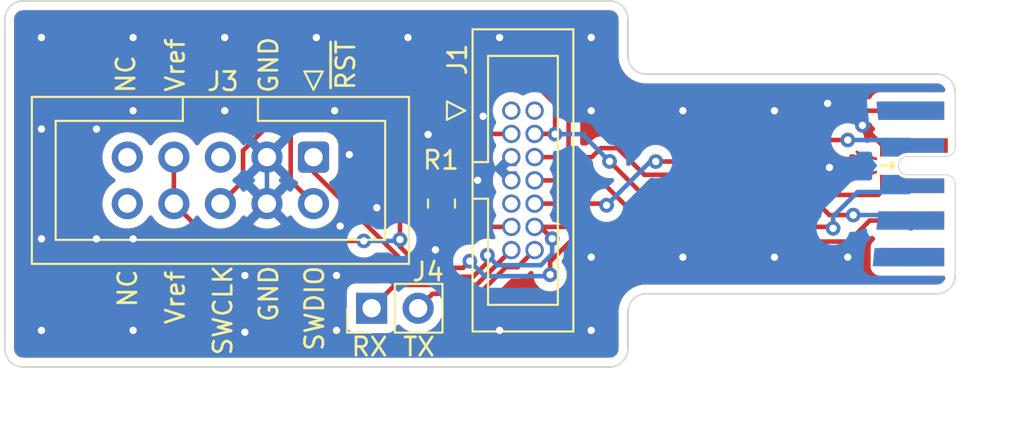
<source format=kicad_pcb>
(kicad_pcb (version 20211014) (generator pcbnew)
  (layers (0 "F.Cu" signal) (31 "B.Cu" signal) (34 "B.Paste" user) (35 "F.Paste" user) (36 "B.SilkS" user "B.Silkscreen") (37 "F.SilkS" user "F.Silkscreen") (38 "B.Mask" user) (39 "F.Mask" user) (44 "Edge.Cuts" user))
  (net 0 "")
  (net 3 "/Vref")
  (net 4 "/SWDIO")
  (net 5 "GND")
  (net 6 "/SWCLK")
  (net 7 "/JTDO")
  (net 9 "/JTDI")
  (net 10 "Net-(J1-Pad11)")
  (net 11 "/~{RST}")
  (net 12 "/VCP_RX")
  (net 13 "/VCP_TX")
  (footprint "DebugEdge:DebugEdge_2x05_Host" (layer "F.Cu") (at 191.86 91 -90)
    (fp_text reference "J2")
    (fp_text value "DebugEdge_02x05")
    (fp_line (start -0.35 4.72) (end -0.46 4.91) (layer "F.Cu") (width 0.15))
    (fp_line (start -1.54 5.71) (end -1.54 5.52) (layer "F.Cu") (width 0.15))
    (fp_line (start -0.63 4.99) (end -0.47 4.92) (layer "F.Cu") (width 0.15))
    (fp_line (start -1.67 4.72) (end -1.56 4.91) (layer "F.Cu") (width 0.15))
    (fp_line (start -1.26 5.19) (end -1.54 5.52) (layer "F.Cu") (width 0.15))
    (fp_line (start -0.63 4.99) (end -0.89 5.04) (layer "F.Cu") (width 0.15))
    (fp_line (start -1.01 5.51) (end -1.01 4.74) (layer "F.Cu") (width 0.32))
    (fp_line (start -1.37 4.33) (end -1.44 4.53) (layer "F.Cu") (width 0.15))
    (fp_line (start -0.81 5.15) (end -0.44 5.15) (layer "F.Cu") (width 0.15))
    (fp_line (start -1.09 5.4) (end -1.02 4.74) (layer "F.Cu") (width 0.3))
    (fp_line (start -0.76 5.19) (end -0.48 5.52) (layer "F.Cu") (width 0.15))
    (fp_line (start -1.01 5.46) (end -1.01 5.39) (layer "F.Cu") (width 0.46))
    (fp_line (start -0.48 5.71) (end -0.48 5.52) (layer "F.Cu") (width 0.15))
    (fp_line (start -0.93 5.4) (end -1 4.74) (layer "F.Cu") (width 0.3))
    (fp_line (start -1.21 5.15) (end -1.58 5.15) (layer "F.Cu") (width 0.15))
    (fp_line (start -1.44 4.54) (end -1.38 4.67) (layer "F.Cu") (width 0.15))
    (fp_line (start -0.27 5.36) (end -0.44 5.15) (layer "F.Cu") (width 0.15))
    (fp_line (start -1.39 4.99) (end -1.13 5.04) (layer "F.Cu") (width 0.15))
    (fp_line (start -1.75 5.36) (end -1.58 5.15) (layer "F.Cu") (width 0.15))
    (fp_line (start -0.65 4.33) (end -0.58 4.53) (layer "F.Cu") (width 0.15))
    (fp_line (start -1.39 4.99) (end -1.55 4.92) (layer "F.Cu") (width 0.15))
    (fp_line (start -0.58 4.54) (end -0.64 4.67) (layer "F.Cu") (width 0.15))
    (fp_poly (pts (xy -0.67 4.56) (xy -0.73 4.68) (xy -0.73 4.82) (xy -0.6 4.76) (xy -0.53 4.61) (xy -0.62 4.64)) (layer "F.Cu") (width 0.001) (fill solid))
    (fp_poly (pts (xy -1.35 4.56) (xy -1.29 4.68) (xy -1.29 4.82) (xy -1.42 4.76) (xy -1.49 4.61) (xy -1.4 4.64)) (layer "F.Cu") (width 0.001) (fill solid))
    (fp_line (start -1 3.323) (end -1.2 3.523) (layer "F.SilkS") (width 0.153))
    (fp_line (start -0.8 3.523) (end -1 3.323) (layer "F.SilkS") (width 0.153))
    (fp_line (start -1 4.05) (end -1 3.323) (layer "F.SilkS") (width 0.153))
    (fp_line (start -1.5 0.5) (end -1.5 2.6) (layer "Edge.Cuts") (width 0.05))
    (fp_line (start 0 0) (end 5 0) (layer "Edge.Cuts") (width 0.05))
    (fp_line (start -0.5 2.6) (end -0.5 0.5) (layer "Edge.Cuts") (width 0.05))
    (fp_line (start -5 0) (end -2 0) (layer "Edge.Cuts") (width 0.05))
    (fp_arc (start -0.5 2.6) (mid -1 3.1) (end -1.5 2.6) (layer "Edge.Cuts") (width 0.05))
    (fp_arc (start -2 0) (mid -1.646447 0.146447) (end -1.5 0.5) (layer "Edge.Cuts") (width 0.05))
    (fp_arc (start -0.5 0.5) (mid -0.353553 0.146447) (end 0 0) (layer "Edge.Cuts") (width 0.05))
    (pad "1" smd custom locked (at -2 3.6 270) (size 1 1) (layers "F.Cu" "F.Mask") (net 5 "GND") (options (clearance outline) (anchor rect)) (primitives (gr_poly (pts (xy 0.3 -0.99) (xy 0.31 -0.88) (xy 0.33 -0.8) (xy 0.35 -0.74) (xy 0.37 -0.69) (xy 0.4 -0.64) (xy 0.44 -0.58) (xy 0.48 -0.53) (xy 0.5 -0.51) (xy 0.5 0.5) (xy -0.5 0.5) (xy -0.5 -3.2) (xy 0.3 -3.2)) (width 0) (fill yes))))
    (pad "2" smd custom locked (at 0 3.6 270) (size 1 1) (layers "F.Cu" "F.Mask") (net 4 "/SWDIO") (options (clearance outline) (anchor rect)) (primitives (gr_poly (pts (xy -0.3 -0.99) (xy -0.31 -0.88) (xy -0.33 -0.8) (xy -0.35 -0.74) (xy -0.37 -0.69) (xy -0.4 -0.64) (xy -0.44 -0.58) (xy -0.48 -0.53) (xy -0.5 -0.51) (xy -0.5 0.5) (xy 0.5 0.5) (xy 0.5 -3) (xy -0.3 -3)) (width 0) (fill yes))))
    (pad "3" smd custom locked (at -2 2.1 90) (size 0.4 0.4) (layers "B.Cu" "B.Mask") (net 6 "/SWCLK") (options (clearance outline) (anchor rect)) (primitives (gr_poly (pts (xy -0.3 -0.51) (xy -0.31 -0.62) (xy -0.33 -0.7) (xy -0.35 -0.76) (xy -0.37 -0.81) (xy -0.4 -0.86) (xy -0.44 -0.92) (xy -0.48 -0.97) (xy -0.5 -0.99) (xy -0.5 -1.9) (xy 0.5 -2) (xy 0.5 1.5) (xy -0.3 1.5)) (width 0) (fill yes))))
    (pad "4" smd custom locked (at 0 2.1 90) (size 0.4 0.4) (layers "B.Cu" "B.Mask") (net 11 "/~{RST}") (options (clearance outline) (anchor rect)) (primitives (gr_poly (pts (xy 0.3 -0.51) (xy 0.31 -0.62) (xy 0.33 -0.7) (xy 0.35 -0.76) (xy 0.37 -0.81) (xy 0.4 -0.86) (xy 0.44 -0.92) (xy 0.48 -0.97) (xy 0.5 -0.99) (xy 0.5 -1.9) (xy -0.5 -2) (xy -0.5 1.5) (xy 0.3 1.5)) (width 0) (fill yes))))
    (pad "5" smd rect locked (at 2 2.35 270) (size 1 3.5) (layers "F.Cu" "F.Mask") (net 3 "/Vref"))
    (pad "6" smd custom locked (at 2 2.4 90) (size 1 3.6) (layers "B.Cu" "B.Mask") (net 7 "/JTDO") (options (clearance outline) (anchor rect)) (primitives (gr_poly (pts (xy 0.5 -1.8) (xy -0.5 -1.9) (xy -0.5 -1.8)) (width 0) (fill yes))))
    (pad "7" smd rect locked (at -4 2.35 270) (size 1 3.5) (layers "F.Cu" "F.Mask") (net 9 "/JTDI"))
    (pad "8" smd custom locked (at -4 2.4 90) (size 1 3.6) (layers "B.Cu" "B.Mask") (options (clearance outline) (anchor rect)) (primitives (gr_poly (pts (xy 0.5 -1.8) (xy 0.5 -1.9) (xy -0.5 -1.8)) (width 0) (fill yes))))
    (pad "9" smd rect locked (at 4 2.35 270) (size 1 3.5) (layers "F.Cu" "F.Mask"))
    (pad "10" smd custom locked (at 4 2.5 90) (size 1 3.8) (layers "B.Cu" "B.Mask") (options (clearance outline) (anchor rect)) (primitives (gr_poly (pts (xy 0.5 -1.9) (xy -0.5 -2) (xy -0.5 -1.9)) (width 0) (fill yes))))
  )
  (footprint "Connector_IDC:IDC-Header_2x05_P2.54mm_Vertical" (layer "F.Cu") (at 156.845 89.535 -90)
    (fp_text reference "J3" (at -4.135 4.945 180) (layer "F.SilkS"))
    (fp_text value "Conn_02x05_Odd_Even")
    (fp_line (start -4.68 0.5) (end -3.68 0) (layer "F.SilkS") (width 0.12))
    (fp_line (start -4.68 -0.5) (end -4.68 0.5) (layer "F.SilkS") (width 0.12))
    (fp_line (start -3.29 -5.21) (end 5.83 -5.21) (layer "F.SilkS") (width 0.12))
    (fp_line (start 4.52 -3.91) (end 4.52 14.07) (layer "F.SilkS") (width 0.12))
    (fp_line (start -3.29 3.03) (end -1.98 3.03) (layer "F.SilkS") (width 0.12))
    (fp_line (start -1.98 14.07) (end -1.98 7.13) (layer "F.SilkS") (width 0.12))
    (fp_line (start 4.52 14.07) (end -1.98 14.07) (layer "F.SilkS") (width 0.12))
    (fp_line (start 5.83 -5.21) (end 5.83 15.37) (layer "F.SilkS") (width 0.12))
    (fp_line (start 5.83 15.37) (end -3.29 15.37) (layer "F.SilkS") (width 0.12))
    (fp_line (start -1.98 7.13) (end -3.29 7.13) (layer "F.SilkS") (width 0.12))
    (fp_line (start -3.68 0) (end -4.68 -0.5) (layer "F.SilkS") (width 0.12))
    (fp_line (start -3.29 15.37) (end -3.29 -5.21) (layer "F.SilkS") (width 0.12))
    (fp_line (start -1.98 7.13) (end -1.98 7.13) (layer "F.SilkS") (width 0.12))
    (fp_line (start -1.98 3.03) (end -1.98 -3.91) (layer "F.SilkS") (width 0.12))
    (fp_line (start -1.98 -3.91) (end 4.52 -3.91) (layer "F.SilkS") (width 0.12))
    (pad "1" thru_hole roundrect (at 0 0 270) (size 1.7 1.7) (drill 1) (layers *.Cu *.Mask) (roundrect_rratio 0.147059) (net 11 "/~{RST}"))
    (pad "2" thru_hole circle (at 2.54 0 270) (size 1.7 1.7) (drill 1) (layers *.Cu *.Mask) (net 4 "/SWDIO"))
    (pad "3" thru_hole circle (at 0 2.54 270) (size 1.7 1.7) (drill 1) (layers *.Cu *.Mask) (net 5 "GND"))
    (pad "4" thru_hole circle (at 2.54 2.54 270) (size 1.7 1.7) (drill 1) (layers *.Cu *.Mask) (net 5 "GND"))
    (pad "5" thru_hole circle (at 0 5.08 270) (size 1.7 1.7) (drill 1) (layers *.Cu *.Mask))
    (pad "6" thru_hole circle (at 2.54 5.08 270) (size 1.7 1.7) (drill 1) (layers *.Cu *.Mask) (net 6 "/SWCLK"))
    (pad "7" thru_hole circle (at 0 7.62 270) (size 1.7 1.7) (drill 1) (layers *.Cu *.Mask) (net 3 "/Vref"))
    (pad "8" thru_hole circle (at 2.54 7.62 270) (size 1.7 1.7) (drill 1) (layers *.Cu *.Mask) (net 3 "/Vref"))
    (pad "9" thru_hole circle (at 0 10.16 270) (size 1.7 1.7) (drill 1) (layers *.Cu *.Mask))
    (pad "10" thru_hole circle (at 2.54 10.16 270) (size 1.7 1.7) (drill 1) (layers *.Cu *.Mask))
  )
  (footprint "stdc14:cnc_tech_3221-14-0100-00" (layer "F.Cu") (at 168.275 90.805 90)
    (fp_text reference "J1" (at 6.605 -3.575 90 unlocked) (layer "F.SilkS"))
    (fp_text value "Conn_ST_STDC14")
    (fp_line (start -1 -2.75) (end -1 -1.905) (layer "F.SilkS") (width 0.12))
    (fp_line (start 3.31 -4.15) (end 4.31 -4.15) (layer "F.SilkS") (width 0.12))
    (fp_line (start 1 -1.905) (end 1 -2.75) (layer "F.SilkS") (width 0.12))
    (fp_line (start -6.8 1.905) (end 6.8 1.905) (layer "F.SilkS") (width 0.12))
    (fp_line (start -1 -1.905) (end -6.8 -1.905) (layer "F.SilkS") (width 0.12))
    (fp_line (start -8.255 2.75) (end 8.255 2.75) (layer "F.SilkS") (width 0.12))
    (fp_line (start -6.8 -1.905) (end -6.8 1.905) (layer "F.SilkS") (width 0.12))
    (fp_line (start 4.31 -4.15) (end 3.81 -3.15) (layer "F.SilkS") (width 0.12))
    (fp_line (start 8.255 -2.75) (end -8.255 -2.75) (layer "F.SilkS") (width 0.12))
    (fp_line (start -8.255 -2.75) (end -8.255 2.75) (layer "F.SilkS") (width 0.12))
    (fp_line (start 8.255 2.75) (end 8.255 -2.75) (layer "F.SilkS") (width 0.12))
    (fp_line (start 3.81 -3.15) (end 3.31 -4.15) (layer "F.SilkS") (width 0.12))
    (fp_line (start 6.8 -1.905) (end 1 -1.905) (layer "F.SilkS") (width 0.12))
    (fp_line (start 6.8 1.905) (end 6.8 -1.905) (layer "F.SilkS") (width 0.12))
    (pad "1" thru_hole circle (at 3.81 -0.635 90) (size 1 1) (drill 0.7) (layers *.Cu *.Mask))
    (pad "2" thru_hole circle (at 3.81 0.635 90) (size 1 1) (drill 0.7) (layers *.Cu *.Mask))
    (pad "3" thru_hole circle (at 2.54 -0.635 90) (size 1 1) (drill 0.7) (layers *.Cu *.Mask) (net 3 "/Vref"))
    (pad "4" thru_hole circle (at 2.54 0.635 90) (size 1 1) (drill 0.7) (layers *.Cu *.Mask) (net 4 "/SWDIO"))
    (pad "5" thru_hole circle (at 1.27 -0.635 90) (size 1 1) (drill 0.7) (layers *.Cu *.Mask) (net 5 "GND"))
    (pad "6" thru_hole circle (at 1.27 0.635 90) (size 1 1) (drill 0.7) (layers *.Cu *.Mask) (net 6 "/SWCLK"))
    (pad "7" thru_hole circle (at 0 -0.635 90) (size 1 1) (drill 0.7) (layers *.Cu *.Mask) (net 5 "GND"))
    (pad "8" thru_hole circle (at 0 0.635 90) (size 1 1) (drill 0.7) (layers *.Cu *.Mask) (net 7 "/JTDO"))
    (pad "9" thru_hole circle (at -1.27 -0.635 90) (size 1 1) (drill 0.7) (layers *.Cu *.Mask))
    (pad "10" thru_hole circle (at -1.27 0.635 90) (size 1 1) (drill 0.7) (layers *.Cu *.Mask) (net 9 "/JTDI"))
    (pad "11" thru_hole circle (at -2.54 -0.635 90) (size 1 1) (drill 0.7) (layers *.Cu *.Mask) (net 10 "Net-(J1-Pad11)"))
    (pad "12" thru_hole circle (at -2.54 0.635 90) (size 1 1) (drill 0.7) (layers *.Cu *.Mask) (net 11 "/~{RST}"))
    (pad "13" thru_hole circle (at -3.81 -0.635 90) (size 1 1) (drill 0.7) (layers *.Cu *.Mask) (net 12 "/VCP_RX"))
    (pad "14" thru_hole circle (at -3.81 0.635 90) (size 1 1) (drill 0.7) (layers *.Cu *.Mask) (net 13 "/VCP_TX"))
  )
  (footprint "Resistor_SMD:R_0805_2012Metric_Pad1.20x1.40mm_HandSolder" (layer "F.Cu") (at 163.83 92.075 -90)
    (fp_text reference "R1" (at -2.375 0.03 180) (layer "F.SilkS"))
    (fp_text value "100")
    (fp_line (start -0.227064 -0.735) (end 0.227064 -0.735) (layer "F.SilkS") (width 0.12))
    (fp_line (start -0.227064 0.735) (end 0.227064 0.735) (layer "F.SilkS") (width 0.12))
    (pad "1" smd roundrect (at -1 0 270) (size 1.2 1.4) (layers "F.Cu" "F.Paste" "F.Mask") (roundrect_rratio 0.208333) (net 5 "GND"))
    (pad "2" smd roundrect (at 1 0 270) (size 1.2 1.4) (layers "F.Cu" "F.Paste" "F.Mask") (roundrect_rratio 0.208333) (net 10 "Net-(J1-Pad11)"))
  )
  (footprint "Connector_PinHeader_2.54mm:PinHeader_1x02_P2.54mm_Vertical" (layer "F.Cu") (at 160.015 97.79 90)
    (fp_text reference "J4" (at 1.99 3.085) (layer "F.SilkS"))
    (fp_text value "Conn_01x02_Male")
    (fp_line (start -1.33 1.27) (end 1.33 1.27) (layer "F.SilkS") (width 0.12))
    (fp_line (start -1.33 0) (end -1.33 -1.33) (layer "F.SilkS") (width 0.12))
    (fp_line (start -1.33 -1.33) (end 0 -1.33) (layer "F.SilkS") (width 0.12))
    (fp_line (start -1.33 3.87) (end 1.33 3.87) (layer "F.SilkS") (width 0.12))
    (fp_line (start -1.33 1.27) (end -1.33 3.87) (layer "F.SilkS") (width 0.12))
    (fp_line (start 1.33 1.27) (end 1.33 3.87) (layer "F.SilkS") (width 0.12))
    (pad "1" thru_hole rect (at 0 0 90) (size 1.7 1.7) (drill 1) (layers *.Cu *.Mask) (net 12 "/VCP_RX"))
    (pad "2" thru_hole oval (at 0 2.54 90) (size 1.7 1.7) (drill 1) (layers *.Cu *.Mask) (net 13 "/VCP_TX"))
  )
  (gr_arc (start 173 81) (mid 173.707107 81.292893) (end 174 82) (layer "Edge.Cuts") (width 0.1))
  (gr_line (start 141 101) (end 173 101) (layer "Edge.Cuts") (width 0.1))
  (gr_arc (start 174 100) (mid 173.707107 100.707107) (end 173 101) (layer "Edge.Cuts") (width 0.1))
  (gr_line (start 174 100) (end 174 98) (layer "Edge.Cuts") (width 0.1))
  (gr_arc (start 174 98) (mid 174.292893 97.292893) (end 175 97) (layer "Edge.Cuts") (width 0.1))
  (gr_line (start 173 81) (end 141 81) (layer "Edge.Cuts") (width 0.1))
  (gr_arc (start 175 85) (mid 174.292893 84.707107) (end 174 84) (layer "Edge.Cuts") (width 0.1))
  (gr_arc (start 140 82) (mid 140.292893 81.292893) (end 141 81) (layer "Edge.Cuts") (width 0.1))
  (gr_line (start 175 97) (end 190.86 97) (layer "Edge.Cuts") (width 0.1))
  (gr_arc (start 191.86 96) (mid 191.567107 96.707107) (end 190.86 97) (layer "Edge.Cuts") (width 0.1))
  (gr_arc (start 190.86 85) (mid 191.567107 85.292893) (end 191.86 86) (layer "Edge.Cuts") (width 0.1))
  (gr_line (start 174 84) (end 174 82) (layer "Edge.Cuts") (width 0.1))
  (gr_line (start 140 82) (end 140 100) (layer "Edge.Cuts") (width 0.1))
  (gr_line (start 190.86 85) (end 175 85) (layer "Edge.Cuts") (width 0.1))
  (gr_arc (start 141 101) (mid 140.292893 100.707107) (end 140 100) (layer "Edge.Cuts") (width 0.1))
  (gr_text "NC" (at 146.7 96.7 90) (layer "F.SilkS") (effects (font (size 1 1))))
  (gr_text "GND" (at 154.4 84.5 90) (layer "F.SilkS") (effects (font (size 1 1))))
  (gr_text "SWDIO" (at 156.9 97.8 90) (layer "F.SilkS") (effects (font (size 1 1))))
  (gr_text "~{RST}" (at 158.6 84.5 90) (layer "F.SilkS") (effects (font (size 1 1))))
  (gr_text "SWCLK" (at 151.9 97.9 90) (layer "F.SilkS") (effects (font (size 1 1))))
  (gr_text "RX" (at 159.9 99.9) (layer "F.SilkS") (effects (font (size 1 1))))
  (gr_text "GND" (at 154.4 97 90) (layer "F.SilkS") (effects (font (size 1 1))))
  (gr_text "TX" (at 162.6 99.9) (layer "F.SilkS") (effects (font (size 1 1))))
  (gr_text "Vref\n" (at 149.3 97.2 90) (layer "F.SilkS") (effects (font (size 1 1))))
  (gr_text "NC" (at 146.6 85 90) (layer "F.SilkS") (effects (font (size 1 1))))
  (gr_text "Vref\n" (at 149.3 84.5 90) (layer "F.SilkS") (effects (font (size 1 1))))
  (segment (start 171.20548 93.79452) (end 184 93.79452) (width 0.25) (layer "F.Cu") (net 3))
  (segment (start 184.354491 94.149011) (end 186.050989 94.149011) (width 0.25) (layer "F.Cu") (net 3))
  (segment (start 149.225 92.075) (end 151.262299 94.112299) (width 0.25) (layer "F.Cu") (net 3))
  (segment (start 161.562299 94.426581) (end 162.717859 95.582141) (width 0.25) (layer "F.Cu") (net 3))
  (segment (start 169.9 95.1) (end 171.20548 93.79452) (width 0.25) (layer "F.Cu") (net 3))
  (segment (start 169.757009 95.958536) (end 169.757009 95.242991) (width 0.25) (layer "F.Cu") (net 3))
  (segment (start 161.562299 94.037701) (end 161.562299 94.426581) (width 0.25) (layer "F.Cu") (net 3))
  (segment (start 162.8 90.3) (end 164.835 88.265) (width 0.25) (layer "F.Cu") (net 3))
  (segment (start 165.012543 95.582141) (end 165.376549 95.218135) (width 0.25) (layer "F.Cu") (net 3))
  (segment (start 169.757009 95.242991) (end 169.9 95.1) (width 0.25) (layer "F.Cu") (net 3))
  (segment (start 186.050989 94.149011) (end 187.2 93) (width 0.25) (layer "F.Cu") (net 3))
  (segment (start 161.562299 94.037701) (end 161.562299 91.537701) (width 0.25) (layer "F.Cu") (net 3))
  (segment (start 162.717859 95.582141) (end 165.012543 95.582141) (width 0.25) (layer "F.Cu") (net 3))
  (segment (start 164.835 88.265) (end 167.64 88.265) (width 0.25) (layer "F.Cu") (net 3))
  (segment (start 184 93.79452) (end 184.354491 94.149011) (width 0.25) (layer "F.Cu") (net 3))
  (segment (start 187.2 93) (end 189.51 93) (width 0.25) (layer "F.Cu") (net 3))
  (segment (start 161.562299 91.537701) (end 162.8 90.3) (width 0.25) (layer "F.Cu") (net 3))
  (segment (start 149.225 92.075) (end 149.225 89.535) (width 0.25) (layer "F.Cu") (net 3))
  (segment (start 151.262299 94.112299) (end 159.587701 94.112299) (width 0.25) (layer "F.Cu") (net 3))
  (via (at 161.562299 94.037701) (size 0.8) (drill 0.4) (layers "F.Cu" "B.Cu") (net 3))
  (via (at 169.757009 95.958536) (size 0.8) (drill 0.4) (layers "F.Cu" "B.Cu") (net 3))
  (via (at 159.587701 94.112299) (size 0.8) (drill 0.4) (layers "F.Cu" "B.Cu") (net 3))
  (via (at 165.376549 95.218135) (size 0.8) (drill 0.4) (layers "F.Cu" "B.Cu") (net 3))
  (segment (start 166.196118 96.037704) (end 169.677841 96.037704) (width 0.25) (layer "B.Cu") (net 3))
  (segment (start 161.487701 94.112299) (end 161.562299 94.037701) (width 0.25) (layer "B.Cu") (net 3))
  (segment (start 159.587701 94.112299) (end 161.487701 94.112299) (width 0.25) (layer "B.Cu") (net 3))
  (segment (start 166.196118 96.037704) (end 165.376549 95.218135) (width 0.25) (layer "B.Cu") (net 3))
  (segment (start 169.677841 96.037704) (end 169.757009 95.958536) (width 0.25) (layer "B.Cu") (net 3))
  (segment (start 159.2 85.7) (end 159.9 86.4) (width 0.25) (layer "F.Cu") (net 4))
  (segment (start 176.4 91.1) (end 176.9 91.6) (width 0.25) (layer "F.Cu") (net 4))
  (segment (start 166.4 86.4) (end 167.1 85.7) (width 0.25) (layer "F.Cu") (net 4))
  (segment (start 156.7 87) (end 157.3 86.4) (width 0.25) (layer "F.Cu") (net 4))
  (segment (start 167.1 85.7) (end 169.1 85.7) (width 0.25) (layer "F.Cu") (net 4))
  (segment (start 175.9 91.1) (end 176.4 91.1) (width 0.25) (layer "F.Cu") (net 4))
  (segment (start 169.1 85.7) (end 170.03 86.63) (width 0.25) (layer "F.Cu") (net 4))
  (segment (start 178.9 91.6) (end 187.66 91.6) (width 0.25) (layer "F.Cu") (net 4))
  (segment (start 161.4 85.7) (end 162.1 85.7) (width 0.25) (layer "F.Cu") (net 4))
  (segment (start 163.7 86.4) (end 164.4 85.7) (width 0.25) (layer "F.Cu") (net 4))
  (segment (start 155.6 90.83) (end 155.6 87.214708) (width 0.25) (layer "F.Cu") (net 4))
  (segment (start 165 85.7) (end 165.7 86.4) (width 0.25) (layer "F.Cu") (net 4))
  (segment (start 178.4 91.1) (end 178.9 91.6) (width 0.25) (layer "F.Cu") (net 4))
  (segment (start 162.8 86.4) (end 163.7 86.4) (width 0.25) (layer "F.Cu") (net 4))
  (segment (start 173 89.767746) (end 174.832254 91.6) (width 0.25) (layer "F.Cu") (net 4))
  (segment (start 155.6 87.214708) (end 155.814708 87) (width 0.25) (layer "F.Cu") (net 4))
  (segment (start 164.4 85.7) (end 165 85.7) (width 0.25) (layer "F.Cu") (net 4))
  (segment (start 157.3 85.7) (end 159.2 85.7) (width 0.25) (layer "F.Cu") (net 4))
  (segment (start 162.1 85.7) (end 162.8 86.4) (width 0.25) (layer "F.Cu") (net 4))
  (segment (start 170.015 88.265) (end 170.03 88.28) (width 0.25) (layer "F.Cu") (net 4))
  (segment (start 177.9 91.1) (end 178.4 91.1) (width 0.25) (layer "F.Cu") (net 4))
  (segment (start 187.66 91.6) (end 188.26 91) (width 0.25) (layer "F.Cu") (net 4))
  (segment (start 177.4 91.6) (end 177.9 91.1) (width 0.25) (layer "F.Cu") (net 4))
  (segment (start 155.814708 87) (end 156.7 87) (width 0.25) (layer "F.Cu") (net 4))
  (segment (start 176.9 91.6) (end 177.4 91.6) (width 0.25) (layer "F.Cu") (net 4))
  (segment (start 175.4 91.6) (end 175.9 91.1) (width 0.25) (layer "F.Cu") (net 4))
  (segment (start 174.832254 91.6) (end 175.4 91.6) (width 0.25) (layer "F.Cu") (net 4))
  (segment (start 159.9 86.4) (end 160.7 86.4) (width 0.25) (layer "F.Cu") (net 4))
  (segment (start 168.91 88.265) (end 170.015 88.265) (width 0.25) (layer "F.Cu") (net 4))
  (segment (start 156.845 92.075) (end 155.6 90.83) (width 0.25) (layer "F.Cu") (net 4))
  (segment (start 160.7 86.4) (end 161.4 85.7) (width 0.25) (layer "F.Cu") (net 4))
  (segment (start 165.7 86.4) (end 166.4 86.4) (width 0.25) (layer "F.Cu") (net 4))
  (segment (start 157.3 86.4) (end 157.3 85.7) (width 0.25) (layer "F.Cu") (net 4))
  (segment (start 170.03 86.63) (end 170.03 88.28) (width 0.25) (layer "F.Cu") (net 4))
  (via (at 173 89.767746) (size 0.8) (drill 0.4) (layers "F.Cu" "B.Cu") (net 4))
  (via (at 170.03 88.28) (size 0.8) (drill 0.4) (layers "F.Cu" "B.Cu") (net 4))
  (segment (start 171.612254 88.38) (end 173 89.767746) (width 0.25) (layer "B.Cu") (net 4))
  (segment (start 170.03 88.28) (end 171.612254 88.28) (width 0.25) (layer "B.Cu") (net 4))
  (segment (start 171.612254 88.28) (end 171.612254 88.38) (width 0.25) (layer "B.Cu") (net 4))
  (segment (start 188 89) (end 186.8 87.8) (width 0.25) (layer "F.Cu") (net 5))
  (segment (start 188.26 89) (end 188 89) (width 0.25) (layer "F.Cu") (net 5))
  (via (at 142 99) (size 0.8) (drill 0.4) (layers "F.Cu" "B.Cu") (net 5))
  (via (at 153.1 99.1) (size 0.8) (drill 0.4) (layers "F.Cu" "B.Cu") (net 5))
  (via (at 182 87) (size 0.8) (drill 0.4) (layers "F.Cu" "B.Cu") (net 5))
  (via (at 147 87) (size 0.8) (drill 0.4) (layers "F.Cu" "B.Cu") (net 5))
  (via (at 160.3 92.3) (size 0.8) (drill 0.4) (layers "F.Cu" "B.Cu") (net 5))
  (via (at 172 87) (size 0.8) (drill 0.4) (layers "F.Cu" "B.Cu") (net 5))
  (via (at 163.5 94.6) (size 0.8) (drill 0.4) (layers "F.Cu" "B.Cu") (net 5))
  (via (at 172 83) (size 0.8) (drill 0.4) (layers "F.Cu" "B.Cu") (net 5))
  (via (at 145 88) (size 0.8) (drill 0.4) (layers "F.Cu" "B.Cu") (net 5))
  (via (at 158 87) (size 0.8) (drill 0.4) (layers "F.Cu" "B.Cu") (net 5))
  (via (at 186.8 87.8) (size 0.8) (drill 0.4) (layers "F.Cu" "B.Cu") (net 5))
  (via (at 184.9 86.6) (size 0.8) (drill 0.4) (layers "F.Cu" "B.Cu") (net 5))
  (via (at 142 83) (size 0.8) (drill 0.4) (layers "F.Cu" "B.Cu") (net 5))
  (via (at 158.8 89.4) (size 0.8) (drill 0.4) (layers "F.Cu" "B.Cu") (net 5))
  (via (at 158.3 93.3) (size 0.8) (drill 0.4) (layers "F.Cu" "B.Cu") (net 5))
  (via (at 153.1 96) (size 0.8) (drill 0.4) (layers "F.Cu" "B.Cu") (net 5))
  (via (at 163.1 88.3) (size 0.8) (drill 0.4) (layers "F.Cu" "B.Cu") (net 5))
  (via (at 167 83) (size 0.8) (drill 0.4) (layers "F.Cu" "B.Cu") (net 5))
  (via (at 172 95) (size 0.8) (drill 0.4) (layers "F.Cu" "B.Cu") (net 5))
  (via (at 167 99) (size 0.8) (drill 0.4) (layers "F.Cu" "B.Cu") (net 5))
  (via (at 142 88) (size 0.8) (drill 0.4) (layers "F.Cu" "B.Cu") (net 5))
  (via (at 177 95) (size 0.8) (drill 0.4) (layers "F.Cu" "B.Cu") (net 5))
  (via (at 145 94) (size 0.8) (drill 0.4) (layers "F.Cu" "B.Cu") (net 5))
  (via (at 157 83) (size 0.8) (drill 0.4) (layers "F.Cu" "B.Cu") (net 5))
  (via (at 165.8 90.8) (size 0.8) (drill 0.4) (layers "F.Cu" "B.Cu") (net 5))
  (via (at 177 87) (size 0.8) (drill 0.4) (layers "F.Cu" "B.Cu") (net 5))
  (via (at 185 90.1) (size 0.8) (drill 0.4) (layers "F.Cu" "B.Cu") (net 5))
  (via (at 158.1 99) (size 0.8) (drill 0.4) (layers "F.Cu" "B.Cu") (net 5))
  (via (at 162 83) (size 0.8) (drill 0.4) (layers "F.Cu" "B.Cu") (net 5))
  (via (at 152 87) (size 0.8) (drill 0.4) (layers "F.Cu" "B.Cu") (net 5))
  (via (at 166.1 87.3) (size 0.8) (drill 0.4) (layers "F.Cu" "B.Cu") (net 5))
  (via (at 182 95) (size 0.8) (drill 0.4) (layers "F.Cu" "B.Cu") (net 5))
  (via (at 142 94) (size 0.8) (drill 0.4) (layers "F.Cu" "B.Cu") (net 5))
  (via (at 147 83) (size 0.8) (drill 0.4) (layers "F.Cu" "B.Cu") (net 5))
  (via (at 158.1 96) (size 0.8) (drill 0.4) (layers "F.Cu" "B.Cu") (net 5))
  (via (at 147 99) (size 0.8) (drill 0.4) (layers "F.Cu" "B.Cu") (net 5))
  (via (at 152 83) (size 0.8) (drill 0.4) (layers "F.Cu" "B.Cu") (net 5))
  (via (at 172 99) (size 0.8) (drill 0.4) (layers "F.Cu" "B.Cu") (net 5))
  (via (at 147 94) (size 0.8) (drill 0.4) (layers "F.Cu" "B.Cu") (net 5))
  (via (at 186 95) (size 0.8) (drill 0.4) (layers "F.Cu" "B.Cu") (net 5))
  (segment (start 154.305 89.535) (end 154.305 92.075) (width 0.25) (layer "B.Cu") (net 5))
  (segment (start 172.035 89.535) (end 172.526754 89.043246) (width 0.25) (layer "F.Cu") (net 6))
  (segment (start 182.735718 90.5) (end 181.5 90.5) (width 0.25) (layer "F.Cu") (net 6))
  (segment (start 156.92851 85.25048) (end 153 89.17899) (width 0.25) (layer "F.Cu") (net 6))
  (segment (start 170.765 86.729283) (end 169.286197 85.25048) (width 0.25) (layer "F.Cu") (net 6))
  (segment (start 168.91 89.535) (end 170.765 89.535) (width 0.25) (layer "F.Cu") (net 6))
  (segment (start 172.526754 89.043246) (end 173.443246 89.043246) (width 0.25) (layer "F.Cu") (net 6))
  (segment (start 184.635718 88.6) (end 182.735718 90.5) (width 0.25) (layer "F.Cu") (net 6))
  (segment (start 153 90.84) (end 151.765 92.075) (width 0.25) (layer "F.Cu") (net 6))
  (segment (start 173.443246 89.043246) (end 174.9 90.5) (width 0.25) (layer "F.Cu") (net 6))
  (segment (start 170.765 89.535) (end 170.765 86.729283) (width 0.25) (layer "F.Cu") (net 6))
  (segment (start 186 88.6) (end 184.635718 88.6) (width 0.25) (layer "F.Cu") (net 6))
  (segment (start 170.765 89.535) (end 172.035 89.535) (width 0.25) (layer "F.Cu") (net 6))
  (segment (start 169.286197 85.25048) (end 156.92851 85.25048) (width 0.25) (layer "F.Cu") (net 6))
  (segment (start 174.9 90.5) (end 181.5 90.5) (width 0.25) (layer "F.Cu") (net 6))
  (segment (start 153 89.17899) (end 153 90.84) (width 0.25) (layer "F.Cu") (net 6))
  (via (at 186 88.6) (size 0.8) (drill 0.4) (layers "F.Cu" "B.Cu") (net 6))
  (segment (start 186 88.6) (end 189.36 88.6) (width 0.25) (layer "B.Cu") (net 6))
  (segment (start 189.36 88.6) (end 189.76 89) (width 0.25) (layer "B.Cu") (net 6))
  (segment (start 179 92.7) (end 179.5 92.2) (width 0.25) (layer "F.Cu") (net 7))
  (segment (start 179.5 92.2) (end 180.1 92.2) (width 0.25) (layer "F.Cu") (net 7))
  (segment (start 172.505 90.805) (end 174.4 92.7) (width 0.25) (layer "F.Cu") (net 7))
  (segment (start 185 92.7) (end 186.3 92.7) (width 0.25) (layer "F.Cu") (net 7))
  (segment (start 174.4 92.7) (end 175 92.7) (width 0.25) (layer "F.Cu") (net 7))
  (segment (start 183.9 92.2) (end 184.5 92.2) (width 0.25) (layer "F.Cu") (net 7))
  (segment (start 181.6 92.2) (end 182.3 92.2) (width 0.25) (layer "F.Cu") (net 7))
  (segment (start 175 92.7) (end 175.5 92.2) (width 0.25) (layer "F.Cu") (net 7))
  (segment (start 175.5 92.2) (end 176 92.2) (width 0.25) (layer "F.Cu") (net 7))
  (segment (start 183.4 92.7) (end 183.9 92.2) (width 0.25) (layer "F.Cu") (net 7))
  (segment (start 177.5 92.2) (end 178 92.2) (width 0.25) (layer "F.Cu") (net 7))
  (segment (start 178 92.2) (end 178.5 92.7) (width 0.25) (layer "F.Cu") (net 7))
  (segment (start 176 92.2) (end 176.5 92.7) (width 0.25) (layer "F.Cu") (net 7))
  (segment (start 178.5 92.7) (end 179 92.7) (width 0.25) (layer "F.Cu") (net 7))
  (segment (start 168.91 90.805) (end 172.505 90.805) (width 0.25) (layer "F.Cu") (net 7))
  (segment (start 181.1 92.7) (end 181.6 92.2) (width 0.25) (layer "F.Cu") (net 7))
  (segment (start 180.6 92.7) (end 181.1 92.7) (width 0.25) (layer "F.Cu") (net 7))
  (segment (start 177 92.7) (end 177.5 92.2) (width 0.25) (layer "F.Cu") (net 7))
  (segment (start 182.8 92.7) (end 183.4 92.7) (width 0.25) (layer "F.Cu") (net 7))
  (segment (start 182.3 92.2) (end 182.8 92.7) (width 0.25) (layer "F.Cu") (net 7))
  (segment (start 184.5 92.2) (end 185 92.7) (width 0.25) (layer "F.Cu") (net 7))
  (segment (start 176.5 92.7) (end 177 92.7) (width 0.25) (layer "F.Cu") (net 7))
  (segment (start 180.1 92.2) (end 180.6 92.7) (width 0.25) (layer "F.Cu") (net 7))
  (via (at 186.3 92.7) (size 0.8) (drill 0.4) (layers "F.Cu" "B.Cu") (net 7))
  (segment (start 186.3 92.7) (end 188.72 92.7) (width 0.25) (layer "B.Cu") (net 7))
  (segment (start 188.72 92.7) (end 189.46 93.44) (width 0.25) (layer "B.Cu") (net 7))
  (segment (start 185.6 87) (end 182.8245 89.7755) (width 0.25) (layer "F.Cu") (net 9))
  (segment (start 172.750402 92.075) (end 172.837701 92.162299) (width 0.25) (layer "F.Cu") (net 9))
  (segment (start 189.51 87) (end 185.6 87) (width 0.25) (layer "F.Cu") (net 9))
  (segment (start 182.8245 89.7755) (end 175.521254 89.7755) (width 0.25) (layer "F.Cu") (net 9))
  (segment (start 168.91 92.075) (end 172.750402 92.075) (width 0.25) (layer "F.Cu") (net 9))
  (via (at 172.837701 92.162299) (size 0.8) (drill 0.4) (layers "F.Cu" "B.Cu") (net 9))
  (via (at 175.521254 89.7755) (size 0.8) (drill 0.4) (layers "F.Cu" "B.Cu") (net 9))
  (segment (start 172.837701 92.162299) (end 175.2245 89.7755) (width 0.25) (layer "B.Cu") (net 9))
  (segment (start 175.2245 89.7755) (end 175.521254 89.7755) (width 0.25) (layer "B.Cu") (net 9))
  (segment (start 164.1 93.345) (end 167.64 93.345) (width 0.25) (layer "F.Cu") (net 10))
  (segment (start 163.83 93.075) (end 164.1 93.345) (width 0.25) (layer "F.Cu") (net 10))
  (segment (start 165.548802 96.07048) (end 163.38048 96.07048) (width 0.25) (layer "F.Cu") (net 11))
  (segment (start 156.845 89.535) (end 156.845 90.345) (width 0.25) (layer "F.Cu") (net 11))
  (segment (start 169.225 93.345) (end 169.87 93.99) (width 0.25) (layer "F.Cu") (net 11))
  (segment (start 156.845 90.345) (end 162.57048 96.07048) (width 0.25) (layer "F.Cu") (net 11))
  (segment (start 168.91 93.345) (end 169.225 93.345) (width 0.25) (layer "F.Cu") (net 11))
  (segment (start 166.335201 95.284081) (end 165.548802 96.07048) (width 0.25) (layer "F.Cu") (net 11))
  (segment (start 168.91 93.345) (end 185.1205 93.345) (width 0.25) (layer "F.Cu") (net 11))
  (segment (start 166.335201 94.895201) (end 166.335201 95.284081) (width 0.25) (layer "F.Cu") (net 11))
  (segment (start 162.57048 96.07048) (end 164.1 96.07048) (width 0.25) (layer "F.Cu") (net 11))
  (segment (start 185.1205 93.345) (end 185.2 93.4245) (width 0.25) (layer "F.Cu") (net 11))
  (via (at 185.2 93.4245) (size 0.8) (drill 0.4) (layers "F.Cu" "B.Cu") (net 11))
  (via (at 169.87 93.99) (size 0.8) (drill 0.4) (layers "F.Cu" "B.Cu") (net 11))
  (via (at 166.335201 94.895201) (size 0.8) (drill 0.4) (layers "F.Cu" "B.Cu") (net 11))
  (segment (start 185.2 93.4245) (end 185.2 92.775386) (width 0.25) (layer "B.Cu") (net 11))
  (segment (start 166.879511 95.439511) (end 166.335201 94.895201) (width 0.25) (layer "B.Cu") (net 11))
  (segment (start 169.251525 95.439511) (end 166.879511 95.439511) (width 0.25) (layer "B.Cu") (net 11))
  (segment (start 186.535386 91.44) (end 189.32 91.44) (width 0.25) (layer "B.Cu") (net 11))
  (segment (start 185.2 92.775386) (end 186.535386 91.44) (width 0.25) (layer "B.Cu") (net 11))
  (segment (start 189.32 91.44) (end 189.76 91) (width 0.25) (layer "B.Cu") (net 11))
  (segment (start 169.87 93.99) (end 169.87 94.821036) (width 0.25) (layer "B.Cu") (net 11))
  (segment (start 169.87 94.821036) (end 169.251525 95.439511) (width 0.25) (layer "B.Cu") (net 11))
  (segment (start 165.735 96.52) (end 161.285 96.52) (width 0.25) (layer "F.Cu") (net 12))
  (segment (start 161.285 96.52) (end 160.015 97.79) (width 0.25) (layer "F.Cu") (net 12))
  (segment (start 167.64 94.615) (end 165.735 96.52) (width 0.25) (layer "F.Cu") (net 12))
  (segment (start 167.979641 95.545359) (end 167.345359 95.545359) (width 0.25) (layer "F.Cu") (net 13))
  (segment (start 163.345 97) (end 162.555 97.79) (width 0.25) (layer "F.Cu") (net 13))
  (segment (start 165.890718 97) (end 163.345 97) (width 0.25) (layer "F.Cu") (net 13))
  (segment (start 168.91 94.615) (end 167.979641 95.545359) (width 0.25) (layer "F.Cu") (net 13))
  (segment (start 167.345359 95.545359) (end 165.890718 97) (width 0.25) (layer "F.Cu") (net 13))
  (zone (net 5) (net_name "GND") (layers F&B.Cu) (connect_pads (clearance 0.508)) (min_thickness 0.254) (fill yes (thermal_gap 0.508) (thermal_bridge_width 0.508) (smoothing chamfer))
    (polygon (pts (xy 174 85) (xy 191.9 85) (xy 191.9 97) (xy 174 97) (xy 174 101) (xy 140 101) (xy 140 81) (xy 174 81)))
  )
)
</source>
